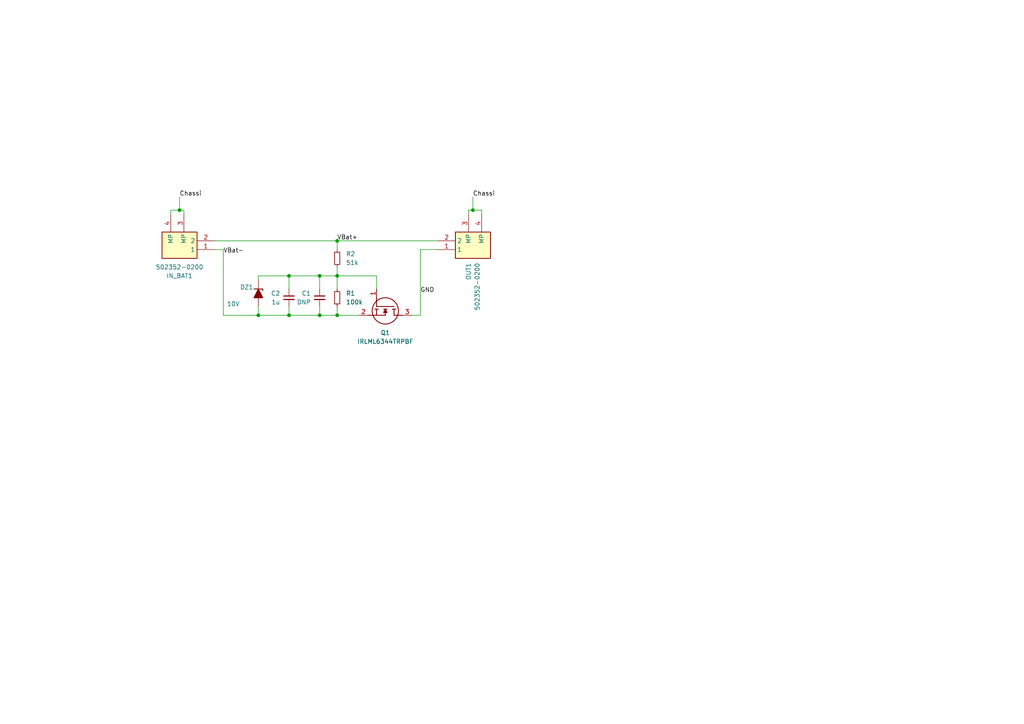
<source format=kicad_sch>
(kicad_sch (version 20231120) (generator "eeschema") (generator_version "8.0")
  (paper "A4")
  (lib_symbols
    (symbol "502352-0200_1"
      (property "Reference" "IN_BAT1" (at 10.16 10.16 0))
      (property "Value" "502352-0200" (at 10.16 7.62 0))
      (symbol "502352-0200_1_1_1"
        (rectangle (start 5.08 5.08) (end 15.24 -2.54) (stroke (width 0.254)) (fill (type background)))
        (pin passive line (at 20.32 2.54 180) (length 5.08) (name "1") (number "1"))
        (pin passive line (at 20.32 0 180) (length 5.08) (name "2") (number "2"))
        (pin passive line (at 11.43 -7.62 90) (length 5.08) (name "MP") (number "3"))
        (pin passive line (at 7.62 -7.62 90) (length 5.08) (name "MP") (number "4"))
      )
    )
    (symbol "Device:C_Small" (pin_numbers hide) (pin_names (offset 0.254) hide)
      (property "Reference" "C" (at 0.254 1.778 0))
      (property "Value" "C_Small" (at 0.254 -2.032 0))
      (symbol "C_Small_0_1"
        (polyline (pts (xy -1.524 -0.508) (xy 1.524 -0.508)) (stroke (width 0.3302)))
        (polyline (pts (xy -1.524 0.508) (xy 1.524 0.508)) (stroke (width 0.3048)))
      )
      (symbol "C_Small_1_1"
        (pin passive line (at 0 2.54 270) (length 2.032) (name "~") (number "1"))
        (pin passive line (at 0 -2.54 90) (length 2.032) (name "~") (number "2"))
      )
    )
    (symbol "Device:R_Small" (pin_numbers hide) (pin_names (offset 0.254) hide)
      (property "Reference" "R" (at 0.762 0.508 0))
      (property "Value" "R_Small" (at 0.762 -1.016 0))
      (symbol "R_Small_0_1"
        (rectangle (start -0.762 1.778) (end 0.762 -1.778) (stroke (width 0.2032)))
      )
      (symbol "R_Small_1_1"
        (pin passive line (at 0 2.54 270) (length 0.762) (name "~") (number "1"))
        (pin passive line (at 0 -2.54 90) (length 0.762) (name "~") (number "2"))
      )
    )
    (symbol "PCM_Diode_Zener_AKL:D_Zener_Generic" (pin_numbers hide) (pin_names (offset 1.016) hide)
      (property "Reference" "DZ" (at 0 5.08 0))
      (property "Value" "D_Zener_Generic" (at 0 2.54 0))
      (symbol "D_Zener_Generic_0_1"
        (polyline (pts (xy -1.27 0) (xy 1.27 0)))
        (polyline (pts (xy 1.27 1.27) (xy 0.762 1.27)) (stroke (width 0.254)))
        (polyline (pts (xy 1.27 1.27) (xy 1.27 -1.27)) (stroke (width 0.254)))
        (polyline (pts (xy -1.27 -1.27) (xy -1.27 1.27) (xy 1.27 0) (xy -1.27 -1.27)) (stroke (width 0.254)) (fill (type outline)))
      )
      (symbol "D_Zener_Generic_1_1"
        (pin passive line (at 3.81 0 180) (length 2.54) (name "K") (number "1"))
        (pin passive line (at -3.81 0 0) (length 2.54) (name "A") (number "2"))
      )
    )
    (symbol "SamacSys_Parts:IRLML6344TRPBF" (pin_names hide)
      (property "Reference" "Q" (at 11.43 3.81 0))
      (property "Value" "IRLML6344TRPBF" (at 11.43 1.27 0))
      (symbol "IRLML6344TRPBF_1_1"
        (polyline (pts (xy 2.54 0) (xy 5.08 0)) (stroke (width 0.254)))
        (polyline (pts (xy 5.08 5.08) (xy 5.08 0)) (stroke (width 0.254)))
        (polyline (pts (xy 5.842 -0.508) (xy 5.842 0.508)) (stroke (width 0.254)))
        (polyline (pts (xy 5.842 0) (xy 7.62 0)) (stroke (width 0.254)))
        (polyline (pts (xy 5.842 2.032) (xy 5.842 3.048)) (stroke (width 0.254)))
        (polyline (pts (xy 5.842 5.588) (xy 5.842 4.572)) (stroke (width 0.254)))
        (polyline (pts (xy 7.62 2.54) (xy 5.842 2.54)) (stroke (width 0.254)))
        (polyline (pts (xy 7.62 2.54) (xy 7.62 -2.54)) (stroke (width 0.254)))
        (polyline (pts (xy 7.62 5.08) (xy 5.842 5.08)) (stroke (width 0.254)))
        (polyline (pts (xy 7.62 5.08) (xy 7.62 7.62)) (stroke (width 0.254)))
        (polyline (pts (xy 5.842 2.54) (xy 6.858 3.048) (xy 6.858 2.032) (xy 5.842 2.54)) (stroke (width 0.254)) (fill (type outline)))
        (circle (center 6.35 2.54) (radius 3.81) (stroke (width 0.254)))
        (pin passive line (at 0 0 0) (length 2.54) (name "G") (number "1"))
        (pin passive line (at 7.62 -5.08 90) (length 2.54) (name "S") (number "2"))
        (pin passive line (at 7.62 10.16 270) (length 2.54) (name "D") (number "3"))
      )
    )
  )
  (junction (at 83.82 80.01))
  (junction (at 92.71 80.01))
  (junction (at 83.82 91.44))
  (junction (at 74.93 91.44))
  (junction (at 52.07 60.96))
  (junction (at 92.71 91.44))
  (junction (at 97.79 91.44))
  (junction (at 97.79 80.01))
  (junction (at 137.16 60.96))
  (junction (at 97.79 69.85))
  (wire (pts (xy 92.71 88.9) (xy 92.71 91.44)))
  (wire (pts (xy 74.93 81.28) (xy 74.93 80.01)))
  (wire (pts (xy 97.79 69.85) (xy 97.79 72.39)))
  (wire (pts (xy 139.7 60.96) (xy 139.7 62.23)))
  (wire (pts (xy 92.71 83.82) (xy 92.71 80.01)))
  (wire (pts (xy 64.77 91.44) (xy 74.93 91.44)))
  (wire (pts (xy 74.93 80.01) (xy 83.82 80.01)))
  (wire (pts (xy 137.16 60.96) (xy 135.89 60.96)))
  (wire (pts (xy 52.07 60.96) (xy 53.34 60.96)))
  (wire (pts (xy 74.93 91.44) (xy 83.82 91.44)))
  (wire (pts (xy 137.16 60.96) (xy 137.16 57.15)))
  (wire (pts (xy 52.07 60.96) (xy 49.53 60.96)))
  (wire (pts (xy 121.92 72.39) (xy 127 72.39)))
  (wire (pts (xy 135.89 60.96) (xy 135.89 62.23)))
  (wire (pts (xy 83.82 80.01) (xy 83.82 83.82)))
  (wire (pts (xy 92.71 91.44) (xy 97.79 91.44)))
  (wire (pts (xy 97.79 88.9) (xy 97.79 91.44)))
  (wire (pts (xy 49.53 62.23) (xy 49.53 60.96)))
  (wire (pts (xy 109.22 80.01) (xy 109.22 83.82)))
  (wire (pts (xy 97.79 77.47) (xy 97.79 80.01)))
  (wire (pts (xy 62.23 72.39) (xy 64.77 72.39)))
  (wire (pts (xy 74.93 88.9) (xy 74.93 91.44)))
  (wire (pts (xy 53.34 60.96) (xy 53.34 62.23)))
  (wire (pts (xy 97.79 91.44) (xy 104.14 91.44)))
  (wire (pts (xy 92.71 80.01) (xy 97.79 80.01)))
  (wire (pts (xy 137.16 60.96) (xy 139.7 60.96)))
  (wire (pts (xy 97.79 69.85) (xy 127 69.85)))
  (wire (pts (xy 83.82 80.01) (xy 92.71 80.01)))
  (wire (pts (xy 119.38 91.44) (xy 121.92 91.44)))
  (wire (pts (xy 83.82 88.9) (xy 83.82 91.44)))
  (wire (pts (xy 97.79 80.01) (xy 109.22 80.01)))
  (wire (pts (xy 64.77 72.39) (xy 64.77 91.44)))
  (wire (pts (xy 121.92 91.44) (xy 121.92 72.39)))
  (wire (pts (xy 97.79 80.01) (xy 97.79 83.82)))
  (wire (pts (xy 83.82 91.44) (xy 92.71 91.44)))
  (wire (pts (xy 62.23 69.85) (xy 97.79 69.85)))
  (wire (pts (xy 52.07 60.96) (xy 52.07 57.15)))
  (label "GND" (at 121.92 85.09 0))
  (label "Chassi" (at 137.16 57.15 0))
  (label "Chassi" (at 52.07 57.15 0))
  (label "VBat+" (at 97.79 69.85 0))
  (label "VBat-" (at 64.77 73.66 0))
  (symbol (lib_id "Device:R_Small") (at 97.79 86.36 0) (unit 1)
    (property "Reference" "R1" (at 100.33 85.0899 0) (effects (justify left)))
    (property "Value" "100k" (at 100.33 87.6299 0) (effects (justify left)))
    (property "Footprint" "Resistor_SMD:R_0603_1608Metric_Pad0.98x0.95mm_HandSolder" (effects (hide yes)))
    (property "Description" "Resistor, small symbol" (effects (hide yes)))
  )
  (symbol (lib_id "Device:C_Small") (at 92.71 86.36 0) (mirror y) (unit 1)
    (property "Reference" "C1" (at 90.17 85.0962 0) (effects (justify left)))
    (property "Value" "DNP" (at 90.17 87.6362 0) (effects (justify left)))
    (property "Footprint" "Capacitor_SMD:C_0603_1608Metric_Pad1.08x0.95mm_HandSolder" (effects (hide yes)))
    (property "Description" "Unpolarized capacitor, small symbol" (effects (hide yes)))
  )
  (symbol (lib_name "502352-0200_1") (lib_id "SamacSys_Parts:502352-0200") (at 41.91 69.85 0) (mirror x) (unit 1)
    (property "Reference" "IN_BAT1" (at 52.07 80.01 0))
    (property "Value" "502352-0200" (at 52.07 77.47 0))
    (property "Footprint" "SamacSys_Parts:5023520200" (effects (hide yes)))
    (property "Datasheet" "https://www.molex.com/pdm_docs/sd/5023520200_sd.pdf" (effects (hide yes)))
    (property "Description" "Molex DURACLIK 502352, 2mm Pitch, 2 Way, 1 Row, Right Angle PCB Header, Surface Mount" (effects (hide yes)))
    (property "Mouser Part Number" "538-502352-0200" (effects (hide yes)))
    (property "Mouser Price/Stock" "https://www.mouser.co.uk/ProductDetail/Molex/502352-0200?qs=cPOO8qjhL6OPJnOOkJoW%252Bw%3D%3D" (effects (hide yes)))
    (property "Manufacturer_Name" "Molex" (effects (hide yes)))
    (property "Manufacturer_Part_Number" "502352-0200" (effects (hide yes)))
  )
  (symbol (lib_id "Device:R_Small") (at 97.79 74.93 0) (unit 1)
    (property "Reference" "R2" (at 100.33 73.6599 0) (effects (justify left)))
    (property "Value" "51k" (at 100.33 76.1999 0) (effects (justify left)))
    (property "Footprint" "Resistor_SMD:R_0603_1608Metric_Pad0.98x0.95mm_HandSolder" (effects (hide yes)))
    (property "Description" "Resistor, small symbol" (effects (hide yes)))
  )
  (symbol (lib_id "Device:C_Small") (at 83.82 86.36 0) (mirror y) (unit 1)
    (property "Reference" "C2" (at 81.28 85.0962 0) (effects (justify left)))
    (property "Value" "1u" (at 81.28 87.6362 0) (effects (justify left)))
    (property "Footprint" "Capacitor_SMD:C_0603_1608Metric_Pad1.08x0.95mm_HandSolder" (effects (hide yes)))
    (property "Description" "Unpolarized capacitor, small symbol" (effects (hide yes)))
  )
  (symbol (lib_id "SamacSys_Parts:IRLML6344TRPBF") (at 109.22 83.82 270) (unit 1)
    (property "Reference" "Q1" (at 111.76 96.52 90))
    (property "Value" "IRLML6344TRPBF" (at 111.76 99.06 90))
    (property "Footprint" "SOT95P237X112-3N" (effects (hide yes)))
    (property "Datasheet" "https://www.infineon.com/dgdl/irlml6344pbf.pdf?fileId=5546d462533600a4015356689c44262c" (effects (hide yes)))
    (property "Description" "IRLML6344TRPBF N-channel MOSFET Transistor, 5 A, 30 V, 3-Pin SOT-23" (effects (hide yes)))
    (property "Height" "1.12" (effects (hide yes)))
    (property "Mouser Part Number" "942-IRLML6344TRPBF" (effects (hide yes)))
    (property "Mouser Price/Stock" "https://www.mouser.co.uk/ProductDetail/Infineon-Technologies/IRLML6344TRPBF?qs=9%252BKlkBgLFf2w4qS48UOXVw%3D%3D" (effects (hide yes)))
    (property "Manufacturer_Name" "Infineon" (effects (hide yes)))
    (property "Manufacturer_Part_Number" "IRLML6344TRPBF" (effects (hide yes)))
  )
  (symbol (lib_id "PCM_Diode_Zener_AKL:D_Zener_Generic") (at 74.93 85.09 270) (mirror x) (unit 1)
    (property "Reference" "DZ1" (at 69.596 83.312 90) (effects (justify left)))
    (property "Value" "10V" (at 65.786 88.138 90) (effects (justify left)))
    (property "Footprint" "Diode_THT:D_A-405_P2.54mm_Vertical_KathodeUp" (effects (hide yes)))
    (property "Description" "Zener diode, generic symbol, Alternate KiCAD Library" (effects (hide yes)))
  )
  (symbol (lib_name "502352-0200_1") (lib_id "SamacSys_Parts:502352-0200") (at 147.32 69.85 180) (unit 1)
    (property "Reference" "OUT1" (at 135.8899 76.2 90) (effects (justify left)))
    (property "Value" "502352-0200" (at 138.4299 76.2 90) (effects (justify left)))
    (property "Footprint" "SamacSys_Parts:5023520200" (effects (hide yes)))
    (property "Datasheet" "https://www.molex.com/pdm_docs/sd/5023520200_sd.pdf" (effects (hide yes)))
    (property "Description" "Molex DURACLIK 502352, 2mm Pitch, 2 Way, 1 Row, Right Angle PCB Header, Surface Mount" (effects (hide yes)))
    (property "Mouser Part Number" "538-502352-0200" (effects (hide yes)))
    (property "Mouser Price/Stock" "https://www.mouser.co.uk/ProductDetail/Molex/502352-0200?qs=cPOO8qjhL6OPJnOOkJoW%252Bw%3D%3D" (effects (hide yes)))
    (property "Manufacturer_Name" "Molex" (effects (hide yes)))
    (property "Manufacturer_Part_Number" "502352-0200" (effects (hide yes)))
  )
)
</source>
